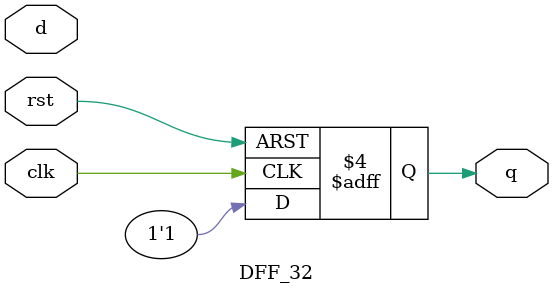
<source format=v>
`timescale 1ns/1ns
module DFF_32(
input clk,
input rst,
input d,
output reg q);
always @(posedge clk or negedge rst)
if(!rst)
q<=0;
else if(clk==1)
q<=1;
else
q<=d;
endmodule
</source>
